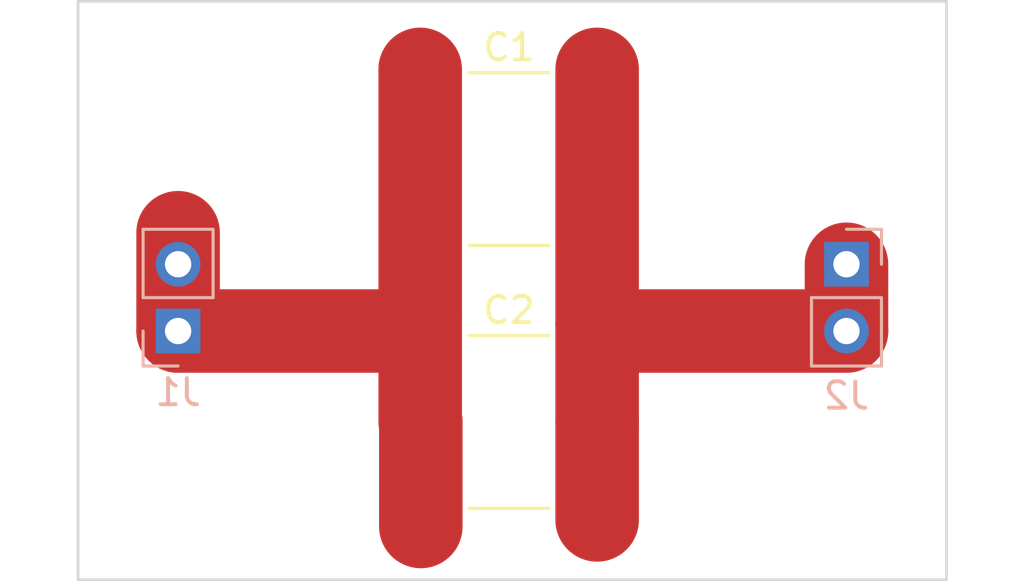
<source format=kicad_pcb>
(kicad_pcb (version 20211014) (generator pcbnew)
  (title_block (title "Halbcah_Capacitor_Daughter_Board") (date "2022-04-20") (rev "0"))
  (layers (0 "F.Cu" signal) (31 "B.Cu" signal) (34 "B.Paste" user) (35 "F.Paste" user) (36 "B.SilkS" user "B.Silkscreen") (37 "F.SilkS" user "F.Silkscreen") (38 "B.Mask" user) (39 "F.Mask" user) (44 "Edge.Cuts" user))
  (net 0 "")
  (net 1 "Net-(C1-Pad1)")
  (net 2 "Net-(C1-Pad2)")
  (footprint "Capacitor_SMD:C_2225_5664Metric_Pad1.80x6.60mm_HandSolder" (layer "F.Cu") (at 140.375 85)
    (fp_text reference "C2" (at 0 -4.25) (layer "F.SilkS"))
    (fp_text value "C")
    (fp_line (start -1.522369 3.285) (end 1.522369 3.285) (layer "F.SilkS") (width 0.12))
    (fp_line (start -1.522369 -3.285) (end 1.522369 -3.285) (layer "F.SilkS") (width 0.12))
    (pad "1" smd roundrect (at -3.35 0) (size 2.8 7) (layers "F.Cu" "F.Paste" "F.Mask") (roundrect_rratio 0.138889) (net 1 "Net-(C1-Pad1)"))
    (pad "2" smd roundrect (at 3.35 0) (size 2.8 7) (layers "F.Cu" "F.Paste" "F.Mask") (roundrect_rratio 0.138889) (net 2 "Net-(C1-Pad2)"))
  )
  (footprint "Capacitor_SMD:C_2225_5664Metric_Pad1.80x6.60mm_HandSolder" (layer "F.Cu") (at 140.375 75)
    (fp_text reference "C1" (at 0 -4.25) (layer "F.SilkS"))
    (fp_text value "C")
    (fp_line (start -1.522369 -3.285) (end 1.522369 -3.285) (layer "F.SilkS") (width 0.12))
    (fp_line (start -1.522369 3.285) (end 1.522369 3.285) (layer "F.SilkS") (width 0.12))
    (pad "1" smd roundrect (at -3.35 0) (size 2.8 7) (layers "F.Cu" "F.Paste" "F.Mask") (roundrect_rratio 0.138889) (net 1 "Net-(C1-Pad1)"))
    (pad "2" smd roundrect (at 3.35 0) (size 2.8 7) (layers "F.Cu" "F.Paste" "F.Mask") (roundrect_rratio 0.138889) (net 2 "Net-(C1-Pad2)"))
  )
  (footprint "Connector_PinHeader_2.54mm:PinHeader_1x02_P2.54mm_Vertical" (layer "B.Cu") (at 153.19939 79 180)
    (fp_text reference "J2" (at 0 -5) (layer "B.SilkS") (effects (justify mirror)))
    (fp_text value "Conn_01x02_Male")
    (fp_line (start -1.33 -3.87) (end 1.33 -3.87) (layer "B.SilkS") (width 0.12))
    (fp_line (start -1.33 0) (end -1.33 1.33) (layer "B.SilkS") (width 0.12))
    (fp_line (start -1.33 1.33) (end 0 1.33) (layer "B.SilkS") (width 0.12))
    (fp_line (start -1.33 -1.27) (end 1.33 -1.27) (layer "B.SilkS") (width 0.12))
    (fp_line (start 1.33 -1.27) (end 1.33 -3.87) (layer "B.SilkS") (width 0.12))
    (fp_line (start -1.33 -1.27) (end -1.33 -3.87) (layer "B.SilkS") (width 0.12))
    (pad "1" thru_hole rect (at 0 0 180) (size 1.7 1.7) (drill 1) (layers *.Cu *.Mask) (net 2 "Net-(C1-Pad2)"))
    (pad "2" thru_hole oval (at 0 -2.54 180) (size 1.7 1.7) (drill 1) (layers *.Cu *.Mask) (net 2 "Net-(C1-Pad2)"))
  )
  (footprint "Connector_PinHeader_2.54mm:PinHeader_1x02_P2.54mm_Vertical" (layer "B.Cu") (at 127.80061 81.54)
    (fp_text reference "J1" (at 0 2.33) (layer "B.SilkS") (effects (justify mirror)))
    (fp_text value "Conn_01x02_Male")
    (fp_line (start -1.33 -1.27) (end -1.33 -3.87) (layer "B.SilkS") (width 0.12))
    (fp_line (start -1.33 -3.87) (end 1.33 -3.87) (layer "B.SilkS") (width 0.12))
    (fp_line (start -1.33 1.33) (end 0 1.33) (layer "B.SilkS") (width 0.12))
    (fp_line (start -1.33 -1.27) (end 1.33 -1.27) (layer "B.SilkS") (width 0.12))
    (fp_line (start 1.33 -1.27) (end 1.33 -3.87) (layer "B.SilkS") (width 0.12))
    (fp_line (start -1.33 0) (end -1.33 1.33) (layer "B.SilkS") (width 0.12))
    (pad "1" thru_hole rect (at 0 0) (size 1.7 1.7) (drill 1) (layers *.Cu *.Mask) (net 1 "Net-(C1-Pad1)"))
    (pad "2" thru_hole oval locked (at 0 -2.54) (size 1.7 1.7) (drill 1) (layers *.Cu *.Mask) (net 1 "Net-(C1-Pad1)"))
  )
  (gr_rect (start 124 69) (end 157 91) (layer "Edge.Cuts") (width 0.1) (fill none))
  (segment (start 137 83) (end 137 84.975) (width 3.175) (layer "F.Cu") (net 1))
  (segment (start 137 81) (end 137 83) (width 3.175) (layer "F.Cu") (net 1))
  (segment (start 137 71.58752) (end 137 81) (width 3.175) (layer "F.Cu") (net 1))
  (segment (start 127.80061 81.54) (end 136.46 81.54) (width 3.175) (layer "F.Cu") (net 1))
  (segment (start 137.025 85) (end 137.025 88.975) (width 3.175) (layer "F.Cu") (net 1))
  (segment (start 127.80061 81.54) (end 127.80061 77.80061) (width 3.175) (layer "F.Cu") (net 1))
  (segment (start 136.46 81.54) (end 137 81) (width 3.175) (layer "F.Cu") (net 1))
  (segment (start 153.19939 81.54) (end 143.99 81.54) (width 3.175) (layer "F.Cu") (net 2))
  (segment (start 143.725 85) (end 143.725 88.725) (width 3.175) (layer "F.Cu") (net 2))
  (segment (start 143.725 85) (end 143.725 81.275) (width 3.175) (layer "F.Cu") (net 2))
  (segment (start 143.725 81.275) (end 143.725 71.58752) (width 3.175) (layer "F.Cu") (net 2))
  (segment (start 143.99 81.54) (end 143.725 81.275) (width 3.175) (layer "F.Cu") (net 2))
  (segment (start 153.19939 81.54) (end 153.19939 79) (width 3.175) (layer "F.Cu") (net 2))
)
</source>
